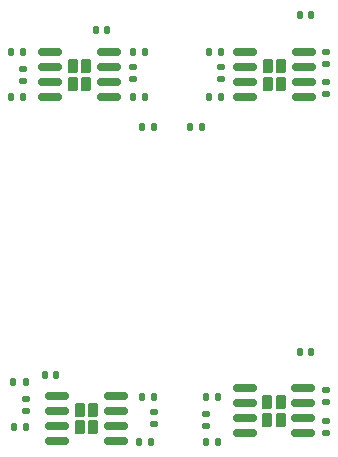
<source format=gbr>
%TF.GenerationSoftware,KiCad,Pcbnew,8.0.5*%
%TF.CreationDate,2024-11-15T23:36:42+05:30*%
%TF.ProjectId,buff_mix,62756666-5f6d-4697-982e-6b696361645f,rev?*%
%TF.SameCoordinates,Original*%
%TF.FileFunction,Paste,Top*%
%TF.FilePolarity,Positive*%
%FSLAX46Y46*%
G04 Gerber Fmt 4.6, Leading zero omitted, Abs format (unit mm)*
G04 Created by KiCad (PCBNEW 8.0.5) date 2024-11-15 23:36:42*
%MOMM*%
%LPD*%
G01*
G04 APERTURE LIST*
G04 Aperture macros list*
%AMRoundRect*
0 Rectangle with rounded corners*
0 $1 Rounding radius*
0 $2 $3 $4 $5 $6 $7 $8 $9 X,Y pos of 4 corners*
0 Add a 4 corners polygon primitive as box body*
4,1,4,$2,$3,$4,$5,$6,$7,$8,$9,$2,$3,0*
0 Add four circle primitives for the rounded corners*
1,1,$1+$1,$2,$3*
1,1,$1+$1,$4,$5*
1,1,$1+$1,$6,$7*
1,1,$1+$1,$8,$9*
0 Add four rect primitives between the rounded corners*
20,1,$1+$1,$2,$3,$4,$5,0*
20,1,$1+$1,$4,$5,$6,$7,0*
20,1,$1+$1,$6,$7,$8,$9,0*
20,1,$1+$1,$8,$9,$2,$3,0*%
G04 Aperture macros list end*
%ADD10RoundRect,0.150000X-0.825000X-0.150000X0.825000X-0.150000X0.825000X0.150000X-0.825000X0.150000X0*%
%ADD11RoundRect,0.230000X-0.230000X-0.375000X0.230000X-0.375000X0.230000X0.375000X-0.230000X0.375000X0*%
%ADD12RoundRect,0.135000X0.185000X-0.135000X0.185000X0.135000X-0.185000X0.135000X-0.185000X-0.135000X0*%
%ADD13RoundRect,0.135000X0.135000X0.185000X-0.135000X0.185000X-0.135000X-0.185000X0.135000X-0.185000X0*%
%ADD14RoundRect,0.135000X-0.135000X-0.185000X0.135000X-0.185000X0.135000X0.185000X-0.135000X0.185000X0*%
%ADD15RoundRect,0.140000X0.140000X0.170000X-0.140000X0.170000X-0.140000X-0.170000X0.140000X-0.170000X0*%
G04 APERTURE END LIST*
D10*
%TO.C,U4*%
X57085000Y-100215000D03*
X57085000Y-101485000D03*
X57085000Y-102755000D03*
X57085000Y-104025000D03*
X52135000Y-104025000D03*
X52135000Y-102755000D03*
X52135000Y-101485000D03*
X52135000Y-100215000D03*
D11*
X55180000Y-102870000D03*
X55180000Y-101370000D03*
X54040000Y-102870000D03*
X54040000Y-101370000D03*
%TD*%
%TO.C,U3*%
X69915000Y-100735000D03*
X69915000Y-102235000D03*
X71055000Y-100735000D03*
X71055000Y-102235000D03*
D10*
X68010000Y-99580000D03*
X68010000Y-100850000D03*
X68010000Y-102120000D03*
X68010000Y-103390000D03*
X72960000Y-103390000D03*
X72960000Y-102120000D03*
X72960000Y-100850000D03*
X72960000Y-99580000D03*
%TD*%
D11*
%TO.C,U2*%
X53470000Y-72275000D03*
X53470000Y-73775000D03*
X54610000Y-72275000D03*
X54610000Y-73775000D03*
D10*
X51565000Y-71120000D03*
X51565000Y-72390000D03*
X51565000Y-73660000D03*
X51565000Y-74930000D03*
X56515000Y-74930000D03*
X56515000Y-73660000D03*
X56515000Y-72390000D03*
X56515000Y-71120000D03*
%TD*%
D11*
%TO.C,U1*%
X69980000Y-72275000D03*
X69980000Y-73775000D03*
X71120000Y-72275000D03*
X71120000Y-73775000D03*
D10*
X68075000Y-71120000D03*
X68075000Y-72390000D03*
X68075000Y-73660000D03*
X68075000Y-74930000D03*
X73025000Y-74930000D03*
X73025000Y-73660000D03*
X73025000Y-72390000D03*
X73025000Y-71120000D03*
%TD*%
D12*
%TO.C,R24*%
X60325000Y-102620000D03*
X60325000Y-101600000D03*
%TD*%
D13*
%TO.C,R23*%
X60075000Y-104140000D03*
X59055000Y-104140000D03*
%TD*%
D14*
%TO.C,R22*%
X59305000Y-100330000D03*
X60325000Y-100330000D03*
%TD*%
D12*
%TO.C,R21*%
X49530000Y-100455000D03*
X49530000Y-101475000D03*
%TD*%
D14*
%TO.C,R20*%
X49530000Y-102870000D03*
X48510000Y-102870000D03*
%TD*%
D12*
%TO.C,R19*%
X74930000Y-102360000D03*
X74930000Y-103380000D03*
%TD*%
D13*
%TO.C,R18*%
X48445000Y-99060000D03*
X49465000Y-99060000D03*
%TD*%
D12*
%TO.C,R17*%
X74930000Y-99695000D03*
X74930000Y-100715000D03*
%TD*%
%TO.C,R16*%
X64770000Y-101725000D03*
X64770000Y-102745000D03*
%TD*%
D14*
%TO.C,R15*%
X64770000Y-104140000D03*
X65790000Y-104140000D03*
%TD*%
D13*
%TO.C,R14*%
X65790000Y-100330000D03*
X64770000Y-100330000D03*
%TD*%
D12*
%TO.C,R13*%
X58545000Y-73410000D03*
X58545000Y-72390000D03*
%TD*%
D14*
%TO.C,R12*%
X63375000Y-77470000D03*
X64395000Y-77470000D03*
%TD*%
%TO.C,R11*%
X59305000Y-77470000D03*
X60325000Y-77470000D03*
%TD*%
D13*
%TO.C,R10*%
X58545000Y-74930000D03*
X59565000Y-74930000D03*
%TD*%
D14*
%TO.C,R9*%
X58545000Y-71120000D03*
X59565000Y-71120000D03*
%TD*%
D12*
%TO.C,R8*%
X49276000Y-73535000D03*
X49276000Y-72515000D03*
%TD*%
D14*
%TO.C,R7*%
X48256000Y-74930000D03*
X49276000Y-74930000D03*
%TD*%
D12*
%TO.C,R6*%
X74930000Y-73660000D03*
X74930000Y-74680000D03*
%TD*%
D13*
%TO.C,R5*%
X48256000Y-71120000D03*
X49276000Y-71120000D03*
%TD*%
D12*
%TO.C,R4*%
X74930000Y-71120000D03*
X74930000Y-72140000D03*
%TD*%
%TO.C,R3*%
X66040000Y-73410000D03*
X66040000Y-72390000D03*
%TD*%
D14*
%TO.C,R2*%
X66040000Y-74930000D03*
X65020000Y-74930000D03*
%TD*%
%TO.C,R1*%
X66040000Y-71120000D03*
X65020000Y-71120000D03*
%TD*%
D15*
%TO.C,C4*%
X52070000Y-98425000D03*
X51110000Y-98425000D03*
%TD*%
%TO.C,C3*%
X73660000Y-96520000D03*
X72700000Y-96520000D03*
%TD*%
%TO.C,C2*%
X56360000Y-69215000D03*
X55400000Y-69215000D03*
%TD*%
%TO.C,C1*%
X73660000Y-67945000D03*
X72700000Y-67945000D03*
%TD*%
M02*

</source>
